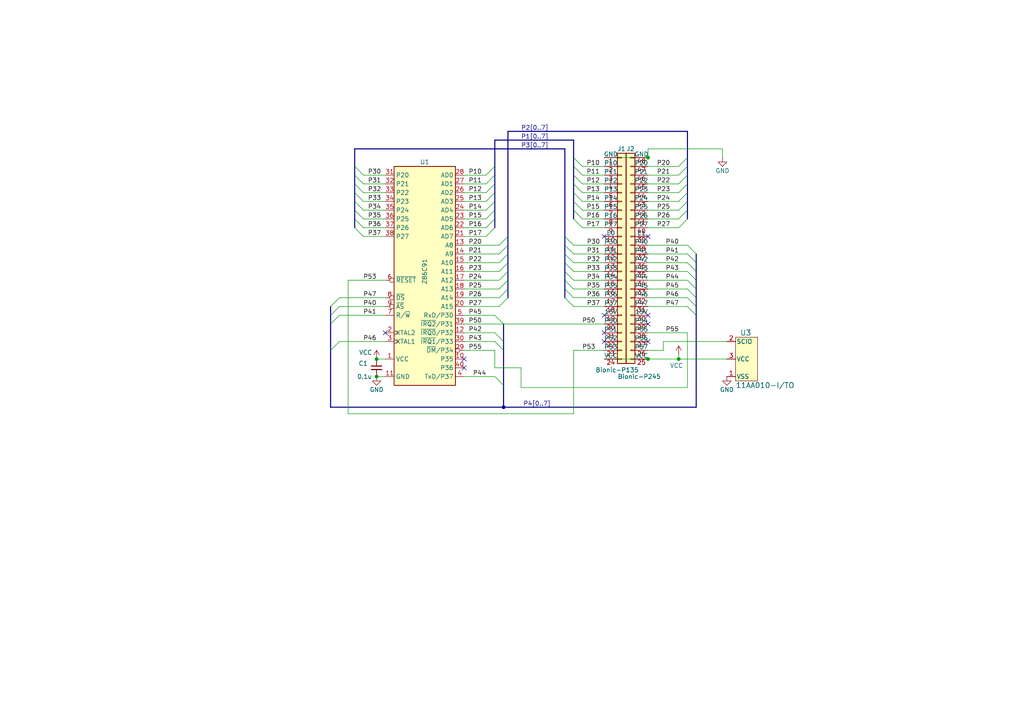
<source format=kicad_sch>
(kicad_sch (version 20230121) (generator eeschema)
  (paper "A4")
  (title_block (title "BionicZ8691") (date "2024-03-15") (rev "3") (company "Tadashi G. Takaoka"))
  (lib_symbols
    (symbol "0-LocalLibrary:11AA010-I_TO" (pin_names (offset 0.254))
      (property "Reference" "U" (at 2.54 1.27 0))
      (property "Value" "11AA010-I/TO" (at 3.81 -13.97 0))
      (symbol "11AA010-I_TO_1_1"
        (rectangle (start 0 0) (end 6.35 -12.7) (fill (type background)))
        (pin power_in line (at -2.54 -11.43 0) (length 2.54) (name "VSS") (number "1"))
        (pin bidirectional line (at -2.54 -1.27 0) (length 2.54) (name "SCIO") (number "2"))
        (pin power_in line (at -2.54 -6.35 0) (length 2.54) (name "VCC") (number "3"))
      )
    )
    (symbol "0-LocalLibrary:Bionic-P135" (pin_names (offset 0))
      (property "Reference" "J" (at 0 30.48 0))
      (property "Value" "Bionic-P135" (at -1.27 -33.02 0))
      (symbol "Bionic-P135_1_1"
        (rectangle (start -1.27 -30.353) (end 0 -30.607) (stroke (width 0.1524)))
        (rectangle (start -1.27 -27.813) (end 0 -28.067) (stroke (width 0.1524)))
        (rectangle (start -1.27 -25.273) (end 0 -25.527) (stroke (width 0.1524)))
        (rectangle (start -1.27 -22.733) (end 0 -22.987) (stroke (width 0.1524)))
        (rectangle (start -1.27 -20.193) (end 0 -20.447) (stroke (width 0.1524)))
        (rectangle (start -1.27 -17.653) (end 0 -17.907) (stroke (width 0.1524)))
        (rectangle (start -1.27 -15.113) (end 0 -15.367) (stroke (width 0.1524)))
        (rectangle (start -1.27 -12.573) (end 0 -12.827) (stroke (width 0.1524)))
        (rectangle (start -1.27 -10.033) (end 0 -10.287) (stroke (width 0.1524)))
        (rectangle (start -1.27 -7.493) (end 0 -7.747) (stroke (width 0.1524)))
        (rectangle (start -1.27 -4.953) (end 0 -5.207) (stroke (width 0.1524)))
        (rectangle (start -1.27 -2.413) (end 0 -2.667) (stroke (width 0.1524)))
        (rectangle (start -1.27 0.127) (end 0 -0.127) (stroke (width 0.1524)))
        (rectangle (start -1.27 2.667) (end 0 2.413) (stroke (width 0.1524)))
        (rectangle (start -1.27 5.207) (end 0 4.953) (stroke (width 0.1524)))
        (rectangle (start -1.27 7.747) (end 0 7.493) (stroke (width 0.1524)))
        (rectangle (start -1.27 10.287) (end 0 10.033) (stroke (width 0.1524)))
        (rectangle (start -1.27 12.827) (end 0 12.573) (stroke (width 0.1524)))
        (rectangle (start -1.27 15.367) (end 0 15.113) (stroke (width 0.1524)))
        (rectangle (start -1.27 17.907) (end 0 17.653) (stroke (width 0.1524)))
        (rectangle (start -1.27 20.447) (end 0 20.193) (stroke (width 0.1524)))
        (rectangle (start -1.27 22.987) (end 0 22.733) (stroke (width 0.1524)))
        (rectangle (start -1.27 25.527) (end 0 25.273) (stroke (width 0.1524)))
        (rectangle (start -1.27 28.067) (end 0 27.813) (stroke (width 0.1524)))
        (rectangle (start -1.27 29.21) (end 1.27 -31.75) (stroke (width 0.254)) (fill (type background)))
        (pin power_out line (at -5.08 27.94 0) (length 3.81) (name "GND") (number "1"))
        (pin bidirectional line (at -5.08 5.08 0) (length 3.81) (name "E0") (number "10"))
        (pin bidirectional line (at -5.08 2.54 0) (length 3.81) (name "P30") (number "11"))
        (pin bidirectional line (at -5.08 0 0) (length 3.81) (name "P31") (number "12"))
        (pin bidirectional line (at -5.08 -2.54 0) (length 3.81) (name "P32") (number "13"))
        (pin bidirectional line (at -5.08 -5.08 0) (length 3.81) (name "P33") (number "14"))
        (pin bidirectional line (at -5.08 -7.62 0) (length 3.81) (name "P34") (number "15"))
        (pin bidirectional line (at -5.08 -10.16 0) (length 3.81) (name "P35") (number "16"))
        (pin bidirectional line (at -5.08 -12.7 0) (length 3.81) (name "P36") (number "17"))
        (pin bidirectional line (at -5.08 -15.24 0) (length 3.81) (name "P37") (number "18"))
        (pin power_out line (at -5.08 -17.78 0) (length 3.81) (name "15V") (number "19"))
        (pin bidirectional line (at -5.08 25.4 0) (length 3.81) (name "P10") (number "2"))
        (pin bidirectional line (at -5.08 -20.32 0) (length 3.81) (name "P50") (number "20"))
        (pin bidirectional line (at -5.08 -22.86 0) (length 3.81) (name "P51") (number "21"))
        (pin bidirectional line (at -5.08 -25.4 0) (length 3.81) (name "P52") (number "22"))
        (pin bidirectional line (at -5.08 -27.94 0) (length 3.81) (name "P53") (number "23"))
        (pin power_out line (at -5.08 -30.48 0) (length 3.81) (name "VCC") (number "24"))
        (pin bidirectional line (at -5.08 22.86 0) (length 3.81) (name "P11") (number "3"))
        (pin bidirectional line (at -5.08 20.32 0) (length 3.81) (name "P12") (number "4"))
        (pin bidirectional line (at -5.08 17.78 0) (length 3.81) (name "P13") (number "5"))
        (pin bidirectional line (at -5.08 15.24 0) (length 3.81) (name "P14") (number "6"))
        (pin bidirectional line (at -5.08 12.7 0) (length 3.81) (name "P15") (number "7"))
        (pin bidirectional line (at -5.08 10.16 0) (length 3.81) (name "P16") (number "8"))
        (pin bidirectional line (at -5.08 7.62 0) (length 3.81) (name "P17") (number "9"))
      )
    )
    (symbol "0-LocalLibrary:Bionic-P245" (pin_names (offset 0))
      (property "Reference" "J" (at -3.81 30.48 0))
      (property "Value" "Bionic-P245" (at -1.27 -33.02 0))
      (symbol "Bionic-P245_1_1"
        (rectangle (start -5.08 -31.75) (end -2.54 29.21) (stroke (width 0.254)) (fill (type background)))
        (rectangle (start -3.81 -30.607) (end -2.54 -30.353) (stroke (width 0.1524)))
        (rectangle (start -3.81 -28.067) (end -2.54 -27.813) (stroke (width 0.1524)))
        (rectangle (start -3.81 -25.527) (end -2.54 -25.273) (stroke (width 0.1524)))
        (rectangle (start -3.81 -22.987) (end -2.54 -22.733) (stroke (width 0.1524)))
        (rectangle (start -3.81 -20.447) (end -2.54 -20.193) (stroke (width 0.1524)))
        (rectangle (start -3.81 -17.907) (end -2.54 -17.653) (stroke (width 0.1524)))
        (rectangle (start -3.81 -15.367) (end -2.54 -15.113) (stroke (width 0.1524)))
        (rectangle (start -3.81 -12.827) (end -2.54 -12.573) (stroke (width 0.1524)))
        (rectangle (start -3.81 -10.287) (end -2.54 -10.033) (stroke (width 0.1524)))
        (rectangle (start -3.81 -7.747) (end -2.54 -7.493) (stroke (width 0.1524)))
        (rectangle (start -3.81 -5.207) (end -2.54 -4.953) (stroke (width 0.1524)))
        (rectangle (start -3.81 -2.667) (end -2.54 -2.413) (stroke (width 0.1524)))
        (rectangle (start -3.81 -0.127) (end -2.54 0.127) (stroke (width 0.1524)))
        (rectangle (start -3.81 2.413) (end -2.54 2.667) (stroke (width 0.1524)))
        (rectangle (start -3.81 4.953) (end -2.54 5.207) (stroke (width 0.1524)))
        (rectangle (start -3.81 7.493) (end -2.54 7.747) (stroke (width 0.1524)))
        (rectangle (start -3.81 10.033) (end -2.54 10.287) (stroke (width 0.1524)))
        (rectangle (start -3.81 12.573) (end -2.54 12.827) (stroke (width 0.1524)))
        (rectangle (start -3.81 15.113) (end -2.54 15.367) (stroke (width 0.1524)))
        (rectangle (start -3.81 17.653) (end -2.54 17.907) (stroke (width 0.1524)))
        (rectangle (start -3.81 20.193) (end -2.54 20.447) (stroke (width 0.1524)))
        (rectangle (start -3.81 22.733) (end -2.54 22.987) (stroke (width 0.1524)))
        (rectangle (start -3.81 25.273) (end -2.54 25.527) (stroke (width 0.1524)))
        (rectangle (start -3.81 27.813) (end -2.54 28.067) (stroke (width 0.1524)))
        (pin power_in line (at 1.27 -30.48 180) (length 3.81) (name "VCC") (number "25"))
        (pin bidirectional line (at 1.27 -27.94 180) (length 3.81) (name "P57") (number "26"))
        (pin bidirectional line (at 1.27 -25.4 180) (length 3.81) (name "P56") (number "27"))
        (pin bidirectional line (at 1.27 -22.86 180) (length 3.81) (name "P55") (number "28"))
        (pin bidirectional line (at 1.27 -20.32 180) (length 3.81) (name "P54") (number "29"))
        (pin power_in line (at 1.27 -17.78 180) (length 3.81) (name "15V") (number "30"))
        (pin bidirectional line (at 1.27 -15.24 180) (length 3.81) (name "P47") (number "31"))
        (pin bidirectional line (at 1.27 -12.7 180) (length 3.81) (name "P46") (number "32"))
        (pin bidirectional line (at 1.27 -10.16 180) (length 3.81) (name "P45") (number "33"))
        (pin bidirectional line (at 1.27 -7.62 180) (length 3.81) (name "P44") (number "34"))
        (pin bidirectional line (at 1.27 -5.08 180) (length 3.81) (name "P43") (number "35"))
        (pin bidirectional line (at 1.27 -2.54 180) (length 3.81) (name "P42") (number "36"))
        (pin bidirectional line (at 1.27 0 180) (length 3.81) (name "P41") (number "37"))
        (pin bidirectional line (at 1.27 2.54 180) (length 3.81) (name "P40") (number "38"))
        (pin bidirectional line (at 1.27 5.08 180) (length 3.81) (name "E1") (number "39"))
        (pin bidirectional line (at 1.27 7.62 180) (length 3.81) (name "P27") (number "40"))
        (pin bidirectional line (at 1.27 10.16 180) (length 3.81) (name "P26") (number "41"))
        (pin bidirectional line (at 1.27 12.7 180) (length 3.81) (name "P25") (number "42"))
        (pin bidirectional line (at 1.27 15.24 180) (length 3.81) (name "P24") (number "43"))
        (pin bidirectional line (at 1.27 17.78 180) (length 3.81) (name "P23") (number "44"))
        (pin bidirectional line (at 1.27 20.32 180) (length 3.81) (name "P22") (number "45"))
        (pin bidirectional line (at 1.27 22.86 180) (length 3.81) (name "P21") (number "46"))
        (pin bidirectional line (at 1.27 25.4 180) (length 3.81) (name "P20") (number "47"))
        (pin power_in line (at 1.27 27.94 180) (length 3.81) (name "GND") (number "48"))
      )
    )
    (symbol "0-LocalLibrary:Z86C91"
      (property "Reference" "U" (at -1.27 31.75 0))
      (property "Value" "Z86C91" (at 0 -1.27 90))
      (symbol "Z86C91_0_1"
        (rectangle (start -8.89 -33.02) (end 8.89 30.48) (stroke (width 0.254)) (fill (type background)))
      )
      (symbol "Z86C91_1_1"
        (pin power_in line (at -11.43 -25.4 0) (length 2.54) (name "VCC") (number "1"))
        (pin output line (at 11.43 -25.4 180) (length 2.54) (name "P35") (number "10"))
        (pin power_in line (at -11.43 -30.48 0) (length 2.54) (name "GND") (number "11"))
        (pin input line (at 11.43 -17.78 180) (length 2.54) (name "~{IRQ0}/P32") (number "12"))
        (pin output line (at 11.43 7.62 180) (length 2.54) (name "A8") (number "13"))
        (pin output line (at 11.43 5.08 180) (length 2.54) (name "A9") (number "14"))
        (pin output line (at 11.43 2.54 180) (length 2.54) (name "A10") (number "15"))
        (pin output line (at 11.43 0 180) (length 2.54) (name "A11") (number "16"))
        (pin output line (at 11.43 -2.54 180) (length 2.54) (name "A12") (number "17"))
        (pin output line (at 11.43 -5.08 180) (length 2.54) (name "A13") (number "18"))
        (pin output line (at 11.43 -7.62 180) (length 2.54) (name "A14") (number "19"))
        (pin output clock (at -11.43 -17.78 0) (length 2.54) (name "XTAL2") (number "2"))
        (pin output line (at 11.43 -10.16 180) (length 2.54) (name "A15") (number "20"))
        (pin bidirectional line (at 11.43 10.16 180) (length 2.54) (name "AD7") (number "21"))
        (pin bidirectional line (at 11.43 12.7 180) (length 2.54) (name "AD6") (number "22"))
        (pin bidirectional line (at 11.43 15.24 180) (length 2.54) (name "AD5") (number "23"))
        (pin bidirectional line (at 11.43 17.78 180) (length 2.54) (name "AD4") (number "24"))
        (pin bidirectional line (at 11.43 20.32 180) (length 2.54) (name "AD3") (number "25"))
        (pin bidirectional line (at 11.43 22.86 180) (length 2.54) (name "AD2") (number "26"))
        (pin bidirectional line (at 11.43 25.4 180) (length 2.54) (name "AD1") (number "27"))
        (pin bidirectional line (at 11.43 27.94 180) (length 2.54) (name "AD0") (number "28"))
        (pin output inverted (at 11.43 -22.86 180) (length 2.54) (name "~{DM}/P34") (number "29"))
        (pin input clock (at -11.43 -20.32 0) (length 2.54) (name "XTAL1") (number "3"))
        (pin input line (at 11.43 -20.32 180) (length 2.54) (name "~{IRQ1}/P33") (number "30"))
        (pin bidirectional line (at -11.43 27.94 0) (length 2.54) (name "P20") (number "31"))
        (pin bidirectional line (at -11.43 25.4 0) (length 2.54) (name "P21") (number "32"))
        (pin bidirectional line (at -11.43 22.86 0) (length 2.54) (name "P22") (number "33"))
        (pin bidirectional line (at -11.43 20.32 0) (length 2.54) (name "P23") (number "34"))
        (pin bidirectional line (at -11.43 17.78 0) (length 2.54) (name "P24") (number "35"))
        (pin bidirectional line (at -11.43 15.24 0) (length 2.54) (name "P25") (number "36"))
        (pin bidirectional line (at -11.43 12.7 0) (length 2.54) (name "P26") (number "37"))
        (pin bidirectional line (at -11.43 10.16 0) (length 2.54) (name "P27") (number "38"))
        (pin input line (at 11.43 -15.24 180) (length 2.54) (name "~{IRQ2}/P31") (number "39"))
        (pin output line (at 11.43 -30.48 180) (length 2.54) (name "TxD/P37") (number "4"))
        (pin output line (at 11.43 -27.94 180) (length 2.54) (name "P36") (number "40"))
        (pin input line (at 11.43 -12.7 180) (length 2.54) (name "RxD/P30") (number "5"))
        (pin input inverted (at -11.43 -2.54 0) (length 2.54) (name "~{RESET}") (number "6"))
        (pin output line (at -11.43 -12.7 0) (length 2.54) (name "R/~{W}") (number "7"))
        (pin output inverted (at -11.43 -7.62 0) (length 2.54) (name "~{DS}") (number "8"))
        (pin output inverted (at -11.43 -10.16 0) (length 2.54) (name "~{AS}") (number "9"))
      )
    )
    (symbol "Device:C_Small" (pin_numbers hide) (pin_names (offset 0.254) hide)
      (property "Reference" "C" (at 0.254 1.778 0))
      (property "Value" "C_Small" (at 0.254 -2.032 0))
      (symbol "C_Small_0_1"
        (polyline (pts (xy -1.524 -0.508) (xy 1.524 -0.508)) (stroke (width 0.3302)))
        (polyline (pts (xy -1.524 0.508) (xy 1.524 0.508)) (stroke (width 0.3048)))
      )
      (symbol "C_Small_1_1"
        (pin passive line (at 0 2.54 270) (length 2.032) (name "~") (number "1"))
        (pin passive line (at 0 -2.54 90) (length 2.032) (name "~") (number "2"))
      )
    )
    (symbol "VCC_1" (power) (pin_names (offset 0))
      (property "Value" "VCC_1" (at 0 3.81 0))
      (symbol "VCC_1_0_1"
        (polyline (pts (xy -0.762 1.27) (xy 0 2.54)))
        (polyline (pts (xy 0 0) (xy 0 2.54)))
        (polyline (pts (xy 0 2.54) (xy 0.762 1.27)))
      )
      (symbol "VCC_1_1_1"
        (pin power_in line (at 0 0 90) (length 0) hide (name "VCC") (number "1"))
      )
    )
    (symbol "power:GND" (power) (pin_names (offset 0))
      (property "Value" "GND" (at 0 -3.81 0))
      (symbol "GND_0_1"
        (polyline (pts (xy 0 0) (xy 0 -1.27) (xy 1.27 -1.27) (xy 0 -2.54) (xy -1.27 -1.27) (xy 0 -1.27)))
      )
      (symbol "GND_1_1"
        (pin power_in line (at 0 0 270) (length 0) hide (name "GND") (number "1"))
      )
    )
  )
  (junction (at 187.96 45.72))
  (junction (at 187.96 104.14))
  (junction (at 196.85 104.14))
  (junction (at 146.05 118.11))
  (junction (at 109.22 104.14))
  (junction (at 109.22 109.22))
  (no_connect (at 134.62 106.68))
  (no_connect (at 111.76 96.52))
  (no_connect (at 175.26 68.58))
  (no_connect (at 187.96 91.44))
  (no_connect (at 175.26 91.44))
  (no_connect (at 175.26 99.06))
  (no_connect (at 187.96 93.98))
  (no_connect (at 134.62 104.14))
  (no_connect (at 187.96 99.06))
  (no_connect (at 187.96 68.58))
  (no_connect (at 175.26 96.52))
  (bus_entry (at 199.39 60.96) (size -2.54 2.54))
  (bus_entry (at 199.39 71.12) (size 2.54 2.54))
  (bus_entry (at 143.51 99.06) (size 2.54 2.54))
  (bus_entry (at 143.51 96.52) (size 2.54 2.54))
  (bus_entry (at 168.91 60.96) (size -2.54 -2.54))
  (bus_entry (at 140.97 63.5) (size 2.54 -2.54))
  (bus_entry (at 199.39 88.9) (size 2.54 2.54))
  (bus_entry (at 147.32 73.66) (size -2.54 2.54))
  (bus_entry (at 98.425 91.44) (size -2.54 2.54))
  (bus_entry (at 199.39 45.72) (size -2.54 2.54))
  (bus_entry (at 98.425 86.36) (size -2.54 2.54))
  (bus_entry (at 199.39 73.66) (size 2.54 2.54))
  (bus_entry (at 98.425 99.06) (size -2.54 2.54))
  (bus_entry (at 168.91 48.26) (size -2.54 -2.54))
  (bus_entry (at 199.39 63.5) (size -2.54 2.54))
  (bus_entry (at 199.39 81.28) (size 2.54 2.54))
  (bus_entry (at 147.32 76.2) (size -2.54 2.54))
  (bus_entry (at 163.83 68.58) (size 2.54 2.54))
  (bus_entry (at 163.83 71.12) (size 2.54 2.54))
  (bus_entry (at 168.91 55.88) (size -2.54 -2.54))
  (bus_entry (at 199.39 86.36) (size 2.54 2.54))
  (bus_entry (at 168.91 53.34) (size -2.54 -2.54))
  (bus_entry (at 168.91 50.8) (size -2.54 -2.54))
  (bus_entry (at 102.87 50.8) (size 2.54 2.54))
  (bus_entry (at 98.425 88.9) (size -2.54 2.54))
  (bus_entry (at 140.97 66.04) (size 2.54 -2.54))
  (bus_entry (at 140.97 53.34) (size 2.54 -2.54))
  (bus_entry (at 102.87 58.42) (size 2.54 2.54))
  (bus_entry (at 168.91 63.5) (size -2.54 -2.54))
  (bus_entry (at 140.97 58.42) (size 2.54 -2.54))
  (bus_entry (at 199.39 58.42) (size -2.54 2.54))
  (bus_entry (at 147.32 68.58) (size -2.54 2.54))
  (bus_entry (at 140.97 68.58) (size 2.54 -2.54))
  (bus_entry (at 147.32 81.28) (size -2.54 2.54))
  (bus_entry (at 140.97 50.8) (size 2.54 -2.54))
  (bus_entry (at 163.83 73.66) (size 2.54 2.54))
  (bus_entry (at 147.32 83.82) (size -2.54 2.54))
  (bus_entry (at 147.32 78.74) (size -2.54 2.54))
  (bus_entry (at 168.91 66.04) (size -2.54 -2.54))
  (bus_entry (at 199.39 78.74) (size 2.54 2.54))
  (bus_entry (at 102.87 66.04) (size 2.54 2.54))
  (bus_entry (at 102.87 48.26) (size 2.54 2.54))
  (bus_entry (at 199.39 83.82) (size 2.54 2.54))
  (bus_entry (at 143.51 109.22) (size 2.54 2.54))
  (bus_entry (at 199.39 53.34) (size -2.54 2.54))
  (bus_entry (at 102.87 63.5) (size 2.54 2.54))
  (bus_entry (at 163.83 76.2) (size 2.54 2.54))
  (bus_entry (at 199.39 50.8) (size -2.54 2.54))
  (bus_entry (at 102.87 55.88) (size 2.54 2.54))
  (bus_entry (at 199.39 76.2) (size 2.54 2.54))
  (bus_entry (at 163.83 86.36) (size 2.54 2.54))
  (bus_entry (at 199.39 48.26) (size -2.54 2.54))
  (bus_entry (at 102.87 60.96) (size 2.54 2.54))
  (bus_entry (at 199.39 55.88) (size -2.54 2.54))
  (bus_entry (at 147.32 86.36) (size -2.54 2.54))
  (bus_entry (at 147.32 71.12) (size -2.54 2.54))
  (bus_entry (at 102.87 53.34) (size 2.54 2.54))
  (bus_entry (at 163.83 83.82) (size 2.54 2.54))
  (bus_entry (at 163.83 81.28) (size 2.54 2.54))
  (bus_entry (at 140.97 60.96) (size 2.54 -2.54))
  (bus_entry (at 140.97 55.88) (size 2.54 -2.54))
  (bus_entry (at 168.91 58.42) (size -2.54 -2.54))
  (bus_entry (at 163.83 78.74) (size 2.54 2.54))
  (bus_entry (at 143.51 91.44) (size 2.54 2.54))
  (wire (pts (xy 196.85 104.14) (xy 210.82 104.14)))
  (bus (pts (xy 199.39 53.34) (xy 199.39 55.88)))
  (wire (pts (xy 175.26 66.04) (xy 168.91 66.04)))
  (wire (pts (xy 134.62 60.96) (xy 140.97 60.96)))
  (bus (pts (xy 95.885 118.11) (xy 146.05 118.11)))
  (bus (pts (xy 147.32 73.66) (xy 147.32 76.2)))
  (wire (pts (xy 98.425 99.06) (xy 111.76 99.06)))
  (wire (pts (xy 151.13 112.395) (xy 199.39 112.395)))
  (bus (pts (xy 201.93 81.28) (xy 201.93 83.82)))
  (wire (pts (xy 105.41 55.88) (xy 111.76 55.88)))
  (wire (pts (xy 175.26 55.88) (xy 168.91 55.88)))
  (bus (pts (xy 201.93 73.66) (xy 201.93 76.2)))
  (bus (pts (xy 166.37 55.88) (xy 166.37 58.42)))
  (wire (pts (xy 175.26 48.26) (xy 168.91 48.26)))
  (wire (pts (xy 143.51 106.68) (xy 151.13 106.68)))
  (wire (pts (xy 105.41 53.34) (xy 111.76 53.34)))
  (bus (pts (xy 95.885 91.44) (xy 95.885 93.98)))
  (wire (pts (xy 105.41 60.96) (xy 111.76 60.96)))
  (wire (pts (xy 199.39 96.52) (xy 187.96 96.52)))
  (bus (pts (xy 166.37 45.72) (xy 166.37 48.26)))
  (bus (pts (xy 102.87 66.04) (xy 102.87 63.5)))
  (bus (pts (xy 199.39 60.96) (xy 199.39 63.5)))
  (wire (pts (xy 134.62 66.04) (xy 140.97 66.04)))
  (bus (pts (xy 147.32 71.12) (xy 147.32 73.66)))
  (bus (pts (xy 201.93 78.74) (xy 201.93 81.28)))
  (bus (pts (xy 166.37 58.42) (xy 166.37 60.96)))
  (wire (pts (xy 187.96 86.36) (xy 199.39 86.36)))
  (wire (pts (xy 166.37 86.36) (xy 175.26 86.36)))
  (wire (pts (xy 134.62 93.98) (xy 146.05 93.98)))
  (bus (pts (xy 163.83 71.12) (xy 163.83 73.66)))
  (wire (pts (xy 166.37 83.82) (xy 175.26 83.82)))
  (wire (pts (xy 175.26 53.34) (xy 168.91 53.34)))
  (wire (pts (xy 187.96 73.66) (xy 199.39 73.66)))
  (bus (pts (xy 146.05 99.06) (xy 146.05 101.6)))
  (bus (pts (xy 163.83 78.74) (xy 163.83 81.28)))
  (bus (pts (xy 199.39 50.8) (xy 199.39 53.34)))
  (bus (pts (xy 143.51 58.42) (xy 143.51 60.96)))
  (bus (pts (xy 143.51 53.34) (xy 143.51 55.88)))
  (bus (pts (xy 147.32 38.1) (xy 147.32 68.58)))
  (wire (pts (xy 134.62 91.44) (xy 143.51 91.44)))
  (wire (pts (xy 134.62 73.66) (xy 144.78 73.66)))
  (bus (pts (xy 199.39 58.42) (xy 199.39 60.96)))
  (wire (pts (xy 175.26 50.8) (xy 168.91 50.8)))
  (wire (pts (xy 175.26 60.96) (xy 168.91 60.96)))
  (bus (pts (xy 199.39 38.1) (xy 147.32 38.1)))
  (wire (pts (xy 105.41 66.04) (xy 111.76 66.04)))
  (bus (pts (xy 147.32 68.58) (xy 147.32 71.12)))
  (bus (pts (xy 199.39 38.1) (xy 199.39 45.72)))
  (bus (pts (xy 199.39 48.26) (xy 199.39 50.8)))
  (bus (pts (xy 147.32 78.74) (xy 147.32 81.28)))
  (wire (pts (xy 134.62 76.2) (xy 144.78 76.2)))
  (bus (pts (xy 102.87 58.42) (xy 102.87 55.88)))
  (wire (pts (xy 166.37 101.6) (xy 175.26 101.6)))
  (wire (pts (xy 187.96 43.18) (xy 209.55 43.18)))
  (wire (pts (xy 134.62 71.12) (xy 144.78 71.12)))
  (bus (pts (xy 166.37 40.64) (xy 166.37 45.72)))
  (bus (pts (xy 147.32 81.28) (xy 147.32 83.82)))
  (bus (pts (xy 166.37 53.34) (xy 166.37 55.88)))
  (bus (pts (xy 102.87 50.8) (xy 102.87 48.26)))
  (wire (pts (xy 98.425 88.9) (xy 111.76 88.9)))
  (bus (pts (xy 143.51 60.96) (xy 143.51 63.5)))
  (wire (pts (xy 187.96 81.28) (xy 199.39 81.28)))
  (wire (pts (xy 134.62 81.28) (xy 144.78 81.28)))
  (wire (pts (xy 100.965 81.28) (xy 100.965 120.015)))
  (bus (pts (xy 163.83 43.18) (xy 163.83 68.58)))
  (wire (pts (xy 187.96 88.9) (xy 199.39 88.9)))
  (wire (pts (xy 187.96 48.26) (xy 196.85 48.26)))
  (wire (pts (xy 151.13 106.68) (xy 151.13 112.395)))
  (bus (pts (xy 102.87 60.96) (xy 102.87 58.42)))
  (wire (pts (xy 134.62 109.22) (xy 143.51 109.22)))
  (wire (pts (xy 134.62 53.34) (xy 140.97 53.34)))
  (bus (pts (xy 102.87 53.34) (xy 102.87 50.8)))
  (bus (pts (xy 143.51 63.5) (xy 143.51 66.04)))
  (wire (pts (xy 105.41 68.58) (xy 111.76 68.58)))
  (wire (pts (xy 199.39 96.52) (xy 199.39 112.395)))
  (bus (pts (xy 166.37 60.96) (xy 166.37 63.5)))
  (wire (pts (xy 134.62 96.52) (xy 143.51 96.52)))
  (bus (pts (xy 201.93 86.36) (xy 201.93 88.9)))
  (wire (pts (xy 187.96 78.74) (xy 199.39 78.74)))
  (wire (pts (xy 134.62 88.9) (xy 144.78 88.9)))
  (bus (pts (xy 143.51 50.8) (xy 143.51 53.34)))
  (wire (pts (xy 199.39 76.2) (xy 187.96 76.2)))
  (wire (pts (xy 134.62 101.6) (xy 143.51 101.6)))
  (wire (pts (xy 134.62 86.36) (xy 144.78 86.36)))
  (wire (pts (xy 187.96 104.14) (xy 196.85 104.14)))
  (wire (pts (xy 187.96 71.12) (xy 199.39 71.12)))
  (wire (pts (xy 187.96 55.88) (xy 196.85 55.88)))
  (wire (pts (xy 98.425 86.36) (xy 111.76 86.36)))
  (wire (pts (xy 134.62 58.42) (xy 140.97 58.42)))
  (bus (pts (xy 146.05 93.98) (xy 146.05 99.06)))
  (bus (pts (xy 102.87 55.88) (xy 102.87 53.34)))
  (wire (pts (xy 134.62 55.88) (xy 140.97 55.88)))
  (bus (pts (xy 201.93 83.82) (xy 201.93 86.36)))
  (bus (pts (xy 146.05 101.6) (xy 146.05 111.76)))
  (wire (pts (xy 100.965 120.015) (xy 166.37 120.015)))
  (wire (pts (xy 166.37 76.2) (xy 175.26 76.2)))
  (wire (pts (xy 105.41 50.8) (xy 111.76 50.8)))
  (bus (pts (xy 201.93 91.44) (xy 201.93 118.11)))
  (wire (pts (xy 187.96 58.42) (xy 196.85 58.42)))
  (bus (pts (xy 199.39 55.88) (xy 199.39 58.42)))
  (wire (pts (xy 175.26 63.5) (xy 168.91 63.5)))
  (bus (pts (xy 166.37 48.26) (xy 166.37 50.8)))
  (bus (pts (xy 163.83 73.66) (xy 163.83 76.2)))
  (wire (pts (xy 166.37 71.12) (xy 175.26 71.12)))
  (bus (pts (xy 163.83 76.2) (xy 163.83 78.74)))
  (bus (pts (xy 163.83 81.28) (xy 163.83 83.82)))
  (wire (pts (xy 192.405 99.06) (xy 210.82 99.06)))
  (wire (pts (xy 187.96 50.8) (xy 196.85 50.8)))
  (bus (pts (xy 163.83 83.82) (xy 163.83 86.36)))
  (bus (pts (xy 95.885 88.9) (xy 95.885 91.44)))
  (bus (pts (xy 146.05 111.76) (xy 146.05 118.11)))
  (wire (pts (xy 166.37 81.28) (xy 175.26 81.28)))
  (bus (pts (xy 143.51 55.88) (xy 143.51 58.42)))
  (bus (pts (xy 95.885 93.98) (xy 95.885 101.6)))
  (wire (pts (xy 134.62 68.58) (xy 140.97 68.58)))
  (bus (pts (xy 201.93 88.9) (xy 201.93 91.44)))
  (bus (pts (xy 102.87 43.18) (xy 163.83 43.18)))
  (wire (pts (xy 143.51 101.6) (xy 143.51 106.68)))
  (wire (pts (xy 166.37 120.015) (xy 166.37 101.6)))
  (wire (pts (xy 109.22 109.22) (xy 111.76 109.22)))
  (wire (pts (xy 187.96 63.5) (xy 196.85 63.5)))
  (wire (pts (xy 187.96 60.96) (xy 196.85 60.96)))
  (bus (pts (xy 143.51 40.64) (xy 166.37 40.64)))
  (wire (pts (xy 166.37 73.66) (xy 175.26 73.66)))
  (wire (pts (xy 196.85 102.87) (xy 196.85 104.14)))
  (wire (pts (xy 105.41 58.42) (xy 111.76 58.42)))
  (wire (pts (xy 111.76 81.28) (xy 100.965 81.28)))
  (wire (pts (xy 98.425 91.44) (xy 111.76 91.44)))
  (wire (pts (xy 134.62 63.5) (xy 140.97 63.5)))
  (wire (pts (xy 187.96 101.6) (xy 192.405 101.6)))
  (wire (pts (xy 109.22 104.14) (xy 111.76 104.14)))
  (bus (pts (xy 166.37 50.8) (xy 166.37 53.34)))
  (wire (pts (xy 187.96 53.34) (xy 196.85 53.34)))
  (wire (pts (xy 187.96 66.04) (xy 196.85 66.04)))
  (bus (pts (xy 143.51 48.26) (xy 143.51 50.8)))
  (bus (pts (xy 201.93 76.2) (xy 201.93 78.74)))
  (wire (pts (xy 175.26 104.14) (xy 187.96 104.14)))
  (wire (pts (xy 175.26 45.72) (xy 187.96 45.72)))
  (wire (pts (xy 175.26 58.42) (xy 168.91 58.42)))
  (bus (pts (xy 199.39 45.72) (xy 199.39 48.26)))
  (bus (pts (xy 147.32 83.82) (xy 147.32 86.36)))
  (wire (pts (xy 146.05 93.98) (xy 175.26 93.98)))
  (wire (pts (xy 187.96 83.82) (xy 199.39 83.82)))
  (wire (pts (xy 166.37 78.74) (xy 175.26 78.74)))
  (bus (pts (xy 95.885 101.6) (xy 95.885 118.11)))
  (bus (pts (xy 147.32 76.2) (xy 147.32 78.74)))
  (bus (pts (xy 143.51 40.64) (xy 143.51 48.26)))
  (bus (pts (xy 146.05 118.11) (xy 201.93 118.11)))
  (wire (pts (xy 134.62 99.06) (xy 143.51 99.06)))
  (wire (pts (xy 105.41 63.5) (xy 111.76 63.5)))
  (wire (pts (xy 192.405 101.6) (xy 192.405 99.06)))
  (wire (pts (xy 187.96 43.18) (xy 187.96 45.72)))
  (bus (pts (xy 163.83 68.58) (xy 163.83 71.12)))
  (bus (pts (xy 102.87 48.26) (xy 102.87 43.18)))
  (wire (pts (xy 134.62 78.74) (xy 144.78 78.74)))
  (wire (pts (xy 134.62 50.8) (xy 140.97 50.8)))
  (wire (pts (xy 166.37 88.9) (xy 175.26 88.9)))
  (bus (pts (xy 102.87 63.5) (xy 102.87 60.96)))
  (wire (pts (xy 209.55 43.18) (xy 209.55 45.72)))
  (wire (pts (xy 134.62 83.82) (xy 144.78 83.82)))
  (label "P47" (at 109.22 86.36 180))
  (label "P30" (at 106.68 50.8 0))
  (label "P17" (at 135.89 68.58 0))
  (label "P11" (at 173.99 50.8 180))
  (label "P20" (at 135.89 71.12 0))
  (label "P21" (at 135.89 73.66 0))
  (label "P43" (at 193.04 78.74 0))
  (label "P34" (at 170.18 81.28 0))
  (label "P10" (at 173.99 48.26 180))
  (label "P21" (at 190.5 50.8 0))
  (label "P31" (at 106.68 53.34 0))
  (label "P1[0..7]" (at 151.13 40.64 0))
  (label "P12" (at 135.89 55.88 0))
  (label "P12" (at 173.99 53.34 180))
  (label "P26" (at 190.5 63.5 0))
  (label "P15" (at 173.99 60.96 180))
  (label "P35" (at 170.18 83.82 0))
  (label "P25" (at 190.5 60.96 0))
  (label "P45" (at 135.89 91.44 0))
  (label "P13" (at 135.89 58.42 0))
  (label "P32" (at 170.18 76.2 0))
  (label "P53" (at 109.22 81.28 180))
  (label "P50" (at 135.89 93.98 0))
  (label "P16" (at 135.89 66.04 0))
  (label "P32" (at 106.68 55.88 0))
  (label "P44" (at 193.04 81.28 0))
  (label "P45" (at 193.04 83.82 0))
  (label "P23" (at 190.5 55.88 0))
  (label "P50" (at 172.72 93.98 180))
  (label "P10" (at 135.89 50.8 0))
  (label "P24" (at 135.89 81.28 0))
  (label "P33" (at 106.68 58.42 0))
  (label "P30" (at 170.18 71.12 0))
  (label "P23" (at 135.89 78.74 0))
  (label "P16" (at 173.99 63.5 180))
  (label "P24" (at 190.5 58.42 0))
  (label "P17" (at 173.99 66.04 180))
  (label "P11" (at 135.89 53.34 0))
  (label "P27" (at 135.89 88.9 0))
  (label "P3[0..7]" (at 151.13 43.18 0))
  (label "P2[0..7]" (at 151.13 38.1 0))
  (label "P53" (at 172.72 101.6 180))
  (label "P40" (at 109.22 88.9 180))
  (label "P55" (at 135.89 101.6 0))
  (label "P55" (at 193.04 96.52 0))
  (label "P36" (at 106.68 66.04 0))
  (label "P34" (at 106.68 60.96 0))
  (label "P20" (at 190.5 48.26 0))
  (label "P14" (at 173.99 58.42 180))
  (label "P31" (at 170.18 73.66 0))
  (label "P36" (at 170.18 86.36 0))
  (label "P37" (at 170.18 88.9 0))
  (label "P22" (at 135.89 76.2 0))
  (label "P40" (at 193.04 71.12 0))
  (label "P25" (at 135.89 83.82 0))
  (label "P47" (at 193.04 88.9 0))
  (label "P4[0..7]" (at 151.765 118.11 0))
  (label "P44" (at 137.16 109.22 0))
  (label "P42" (at 135.89 96.52 0))
  (label "P15" (at 135.89 63.5 0))
  (label "P35" (at 106.68 63.5 0))
  (label "P43" (at 135.89 99.06 0))
  (label "P46" (at 109.22 99.06 180))
  (label "P37" (at 106.68 68.58 0))
  (label "P41" (at 193.04 73.66 0))
  (label "P13" (at 173.99 55.88 180))
  (label "P46" (at 193.04 86.36 0))
  (label "P41" (at 109.22 91.44 180))
  (label "P14" (at 135.89 60.96 0))
  (label "P27" (at 190.5 66.04 0))
  (label "P26" (at 135.89 86.36 0))
  (label "P42" (at 193.04 76.2 0))
  (label "P33" (at 170.18 78.74 0))
  (label "P22" (at 190.5 53.34 0))
  (symbol (lib_id "Device:C_Small") (at 109.22 106.68 0) (mirror y) (unit 1)
    (property "Reference" "C1" (at 106.68 105.41 0) (effects (justify left)))
    (property "Value" "0.1u" (at 107.95 109.22 0) (effects (justify left)))
    (property "Footprint" "Capacitor_THT:C_Disc_D3.4mm_W2.1mm_P2.50mm" (effects hide))
  )
  (symbol (lib_id "0-LocalLibrary:Z86C91") (at 123.19 78.74 0) (unit 1)
    (property "Reference" "U1" (at 123.19 46.99 0))
    (property "Value" "Z86C91" (at 123.19 78.74 90))
    (property "Footprint" "Package_DIP:DIP-40_W15.24mm" (effects hide))
    (property "Datasheet" "https://datasheetspdf.com/pdf-file/1412044/Zilog/Z86C91/1" (effects hide))
  )
  (symbol (lib_id "power:GND") (at 209.55 45.72 0) (unit 1)
    (property "Reference" "#PWR04" (effects hide))
    (property "Value" "GND" (at 209.55 49.53 0))
  )
  (symbol (lib_id "0-LocalLibrary:Bionic-P135") (at 180.34 73.66 0) (unit 1)
    (property "Reference" "J1" (at 179.07 43.18 0) (effects (justify left)))
    (property "Value" "Bionic-P135" (at 172.72 107.315 0) (effects (justify left)))
    (property "Footprint" "connector:Bionic-P135_Vertical" (effects hide))
  )
  (symbol (lib_id "0-LocalLibrary:Bionic-P245") (at 186.69 73.66 0) (unit 1)
    (property "Reference" "J2" (at 182.88 43.18 0))
    (property "Value" "Bionic-P245" (at 185.42 109.22 0))
    (property "Footprint" "connector:Bionic-P245_Vertical" (effects hide))
  )
  (symbol (lib_id "0-LocalLibrary:11AA010-I_TO") (at 213.36 97.79 0) (unit 1)
    (property "Reference" "U3" (at 214.63 96.52 0) (effects (font (size 1.524 1.524)) (justify left)))
    (property "Value" "11AA010-I/TO" (at 213.36 111.76 0) (effects (font (size 1.524 1.524)) (justify left)))
    (property "Footprint" "TO-92_MC_MCH" (effects hide))
    (property "Datasheet" "11AA010-I/TO" (effects hide))
  )
  (symbol (lib_name "VCC_1") (lib_id "power:VCC") (at 109.22 104.14 0) (unit 1)
    (property "Reference" "#PWR03" (effects hide))
    (property "Value" "VCC" (at 106.045 102.235 0))
  )
  (symbol (lib_id "power:GND") (at 210.82 109.22 0) (unit 1)
    (property "Reference" "#PWR08" (effects hide))
    (property "Value" "GND" (at 210.82 113.03 0))
  )
  (symbol (lib_id "power:GND") (at 109.22 109.22 0) (unit 1)
    (property "Reference" "#PWR06" (effects hide))
    (property "Value" "GND" (at 109.22 113.03 0))
  )
  (symbol (lib_name "VCC_1") (lib_id "power:VCC") (at 196.85 102.87 0) (unit 1)
    (property "Reference" "#PWR01" (effects hide))
    (property "Value" "VCC" (at 196.215 106.045 0))
  )
)
</source>
